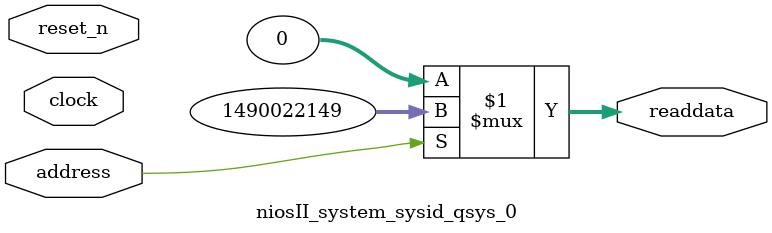
<source format=v>

`timescale 1ns / 1ps
// synthesis translate_on

// turn off superfluous verilog processor warnings 
// altera message_level Level1 
// altera message_off 10034 10035 10036 10037 10230 10240 10030 

module niosII_system_sysid_qsys_0 (
               // inputs:
                address,
                clock,
                reset_n,

               // outputs:
                readdata
             )
;

  output  [ 31: 0] readdata;
  input            address;
  input            clock;
  input            reset_n;

  wire    [ 31: 0] readdata;
  //control_slave, which is an e_avalon_slave
  assign readdata = address ? 1490022149 : 0;

endmodule




</source>
